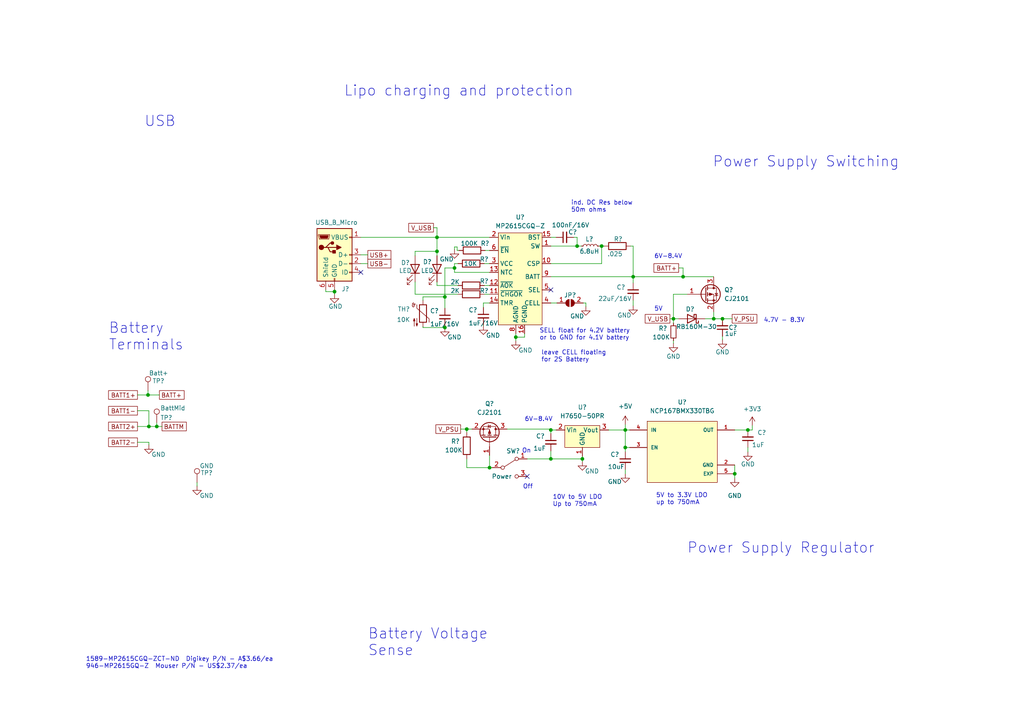
<source format=kicad_sch>
(kicad_sch (version 20211123) (generator eeschema)
  (paper "A4")
  (lib_symbols
    (symbol "Connector:TestPoint" (pin_numbers hide) (pin_names (offset 0.762) hide)
      (property "Reference" "TP" (at 0 6.858 0))
      (property "Value" "TestPoint" (at 0 5.08 0))
      (symbol "TestPoint_0_1"
        (circle (center 0 3.302) (radius 0.762))
      )
      (symbol "TestPoint_1_1"
        (pin passive line (at 0 0 90) (length 2.54) (name "1") (number "1"))
      )
    )
    (symbol "Connector:USB_B_Micro" (pin_names (offset 1.016))
      (property "Reference" "J" (at -5.08 11.43 0))
      (property "Value" "USB_B_Micro" (at -5.08 8.89 0))
      (symbol "USB_B_Micro_0_1"
        (rectangle (start -5.08 -7.62) (end 5.08 7.62) (stroke (width 0.254)) (fill (type background)))
        (circle (center -3.81 2.159) (radius 0.635) (stroke (width 0.254)) (fill (type outline)))
        (circle (center -0.635 3.429) (radius 0.381) (stroke (width 0.254)) (fill (type outline)))
        (rectangle (start -0.127 -7.62) (end 0.127 -6.858))
        (polyline (pts (xy -1.905 2.159) (xy 0.635 2.159)) (stroke (width 0.254)))
        (polyline (pts (xy -3.175 2.159) (xy -2.54 2.159) (xy -1.27 3.429) (xy -0.635 3.429)) (stroke (width 0.254)))
        (polyline (pts (xy -2.54 2.159) (xy -1.905 2.159) (xy -1.27 0.889) (xy 0 0.889)) (stroke (width 0.254)))
        (polyline (pts (xy 0.635 2.794) (xy 0.635 1.524) (xy 1.905 2.159) (xy 0.635 2.794)) (stroke (width 0.254)) (fill (type outline)))
        (polyline (pts (xy -4.318 5.588) (xy -1.778 5.588) (xy -2.032 4.826) (xy -4.064 4.826) (xy -4.318 5.588)) (fill (type outline)))
        (polyline (pts (xy -4.699 5.842) (xy -4.699 5.588) (xy -4.445 4.826) (xy -4.445 4.572) (xy -1.651 4.572) (xy -1.651 4.826) (xy -1.397 5.588) (xy -1.397 5.842) (xy -4.699 5.842)))
        (rectangle (start 0.254 1.27) (end -0.508 0.508) (stroke (width 0.254)) (fill (type outline)))
        (rectangle (start 5.08 -5.207) (end 4.318 -4.953))
        (rectangle (start 5.08 -2.667) (end 4.318 -2.413))
        (rectangle (start 5.08 -0.127) (end 4.318 0.127))
        (rectangle (start 5.08 4.953) (end 4.318 5.207))
      )
      (symbol "USB_B_Micro_1_1"
        (pin power_out line (at 7.62 5.08 180) (length 2.54) (name "VBUS") (number "1"))
        (pin bidirectional line (at 7.62 -2.54 180) (length 2.54) (name "D-") (number "2"))
        (pin bidirectional line (at 7.62 0 180) (length 2.54) (name "D+") (number "3"))
        (pin passive line (at 7.62 -5.08 180) (length 2.54) (name "ID") (number "4"))
        (pin power_out line (at 0 -10.16 90) (length 2.54) (name "GND") (number "5"))
        (pin passive line (at -2.54 -10.16 90) (length 2.54) (name "Shield") (number "6"))
      )
    )
    (symbol "Device:C_Small" (pin_numbers hide) (pin_names (offset 0.254) hide)
      (property "Reference" "C" (at 0.254 1.778 0))
      (property "Value" "C_Small" (at 0.254 -2.032 0))
      (symbol "C_Small_0_1"
        (polyline (pts (xy -1.524 -0.508) (xy 1.524 -0.508)) (stroke (width 0.3302)))
        (polyline (pts (xy -1.524 0.508) (xy 1.524 0.508)) (stroke (width 0.3048)))
      )
      (symbol "C_Small_1_1"
        (pin passive line (at 0 2.54 270) (length 2.032) (name "~") (number "1"))
        (pin passive line (at 0 -2.54 90) (length 2.032) (name "~") (number "2"))
      )
    )
    (symbol "Device:D_Schottky" (pin_numbers hide) (pin_names (offset 1.016) hide)
      (property "Reference" "D" (at 0 2.54 0))
      (property "Value" "D_Schottky" (at 0 -2.54 0))
      (symbol "D_Schottky_0_1"
        (polyline (pts (xy 1.27 0) (xy -1.27 0)))
        (polyline (pts (xy 1.27 1.27) (xy 1.27 -1.27) (xy -1.27 0) (xy 1.27 1.27)) (stroke (width 0.254)))
        (polyline (pts (xy -1.905 0.635) (xy -1.905 1.27) (xy -1.27 1.27) (xy -1.27 -1.27) (xy -0.635 -1.27) (xy -0.635 -0.635)) (stroke (width 0.254)))
      )
      (symbol "D_Schottky_1_1"
        (pin passive line (at -3.81 0 0) (length 2.54) (name "K") (number "1"))
        (pin passive line (at 3.81 0 180) (length 2.54) (name "A") (number "2"))
      )
    )
    (symbol "Device:LED" (pin_numbers hide) (pin_names (offset 1.016) hide)
      (property "Reference" "D" (at 0 2.54 0))
      (property "Value" "LED" (at 0 -2.54 0))
      (symbol "LED_0_1"
        (polyline (pts (xy -1.27 -1.27) (xy -1.27 1.27)) (stroke (width 0.254)))
        (polyline (pts (xy -1.27 0) (xy 1.27 0)))
        (polyline (pts (xy 1.27 -1.27) (xy 1.27 1.27) (xy -1.27 0) (xy 1.27 -1.27)) (stroke (width 0.254)))
        (polyline (pts (xy -3.048 -0.762) (xy -4.572 -2.286) (xy -3.81 -2.286) (xy -4.572 -2.286) (xy -4.572 -1.524)))
        (polyline (pts (xy -1.778 -0.762) (xy -3.302 -2.286) (xy -2.54 -2.286) (xy -3.302 -2.286) (xy -3.302 -1.524)))
      )
      (symbol "LED_1_1"
        (pin passive line (at -3.81 0 0) (length 2.54) (name "K") (number "1"))
        (pin passive line (at 3.81 0 180) (length 2.54) (name "A") (number "2"))
      )
    )
    (symbol "Device:L_Small" (pin_numbers hide) (pin_names (offset 0.254) hide)
      (property "Reference" "L" (at 0.762 1.016 0))
      (property "Value" "L_Small" (at 0.762 -1.016 0))
      (symbol "L_Small_0_1"
        (arc (start 0 -2.032) (mid 0.508 -1.524) (end 0 -1.016))
        (arc (start 0 -1.016) (mid 0.508 -0.508) (end 0 0))
        (arc (start 0 0) (mid 0.508 0.508) (end 0 1.016))
        (arc (start 0 1.016) (mid 0.508 1.524) (end 0 2.032))
      )
      (symbol "L_Small_1_1"
        (pin passive line (at 0 2.54 270) (length 0.508) (name "~") (number "1"))
        (pin passive line (at 0 -2.54 90) (length 0.508) (name "~") (number "2"))
      )
    )
    (symbol "Device:R" (pin_numbers hide) (pin_names (offset 0))
      (property "Reference" "R" (at 2.032 0 90))
      (property "Value" "R" (at 0 0 90))
      (symbol "R_0_1"
        (rectangle (start -1.016 -2.54) (end 1.016 2.54) (stroke (width 0.254)))
      )
      (symbol "R_1_1"
        (pin passive line (at 0 3.81 270) (length 1.27) (name "~") (number "1"))
        (pin passive line (at 0 -3.81 90) (length 1.27) (name "~") (number "2"))
      )
    )
    (symbol "Device:R_Small" (pin_numbers hide) (pin_names (offset 0.254) hide)
      (property "Reference" "R" (at 0.762 0.508 0))
      (property "Value" "R_Small" (at 0.762 -1.016 0))
      (symbol "R_Small_0_1"
        (rectangle (start -0.762 1.778) (end 0.762 -1.778) (stroke (width 0.2032)))
      )
      (symbol "R_Small_1_1"
        (pin passive line (at 0 2.54 270) (length 0.762) (name "~") (number "1"))
        (pin passive line (at 0 -2.54 90) (length 0.762) (name "~") (number "2"))
      )
    )
    (symbol "Device:Thermistor_NTC" (pin_numbers hide) (pin_names (offset 0))
      (property "Reference" "TH" (at -4.445 0 90))
      (property "Value" "Thermistor_NTC" (at 3.175 0 90))
      (symbol "Thermistor_NTC_0_1"
        (arc (start -3.048 2.159) (mid -3.0495 2.3143) (end -3.175 2.413))
        (arc (start -3.048 2.159) (mid -2.9736 1.9794) (end -2.794 1.905))
        (arc (start -3.048 2.794) (mid -2.9736 2.6144) (end -2.794 2.54))
        (arc (start -2.794 1.905) (mid -2.6144 1.9794) (end -2.54 2.159))
        (arc (start -2.794 2.54) (mid -2.4393 2.5587) (end -2.159 2.794))
        (arc (start -2.794 3.048) (mid -2.9736 2.9736) (end -3.048 2.794))
        (arc (start -2.54 2.794) (mid -2.6144 2.9736) (end -2.794 3.048))
        (rectangle (start -1.016 2.54) (end 1.016 -2.54) (stroke (width 0.254)))
        (polyline (pts (xy -2.54 2.159) (xy -2.54 2.794)))
        (polyline (pts (xy -1.778 2.54) (xy -1.778 1.524) (xy 1.778 -1.524) (xy 1.778 -2.54)))
        (polyline (pts (xy -2.54 -3.683) (xy -2.54 -1.397) (xy -2.794 -2.159) (xy -2.286 -2.159) (xy -2.54 -1.397) (xy -2.54 -1.651)) (fill (type outline)))
        (polyline (pts (xy -1.778 -1.397) (xy -1.778 -3.683) (xy -2.032 -2.921) (xy -1.524 -2.921) (xy -1.778 -3.683) (xy -1.778 -3.429)) (fill (type outline)))
      )
      (symbol "Thermistor_NTC_1_1"
        (pin passive line (at 0 3.81 270) (length 1.27) (name "~") (number "1"))
        (pin passive line (at 0 -3.81 90) (length 1.27) (name "~") (number "2"))
      )
    )
    (symbol "Jumper:SolderJumper_2_Open" (pin_names (offset 0) hide)
      (property "Reference" "JP" (at 0 2.032 0))
      (property "Value" "SolderJumper_2_Open" (at 0 -2.54 0))
      (symbol "SolderJumper_2_Open_0_1"
        (arc (start -0.254 1.016) (mid -1.27 0) (end -0.254 -1.016))
        (arc (start -0.254 1.016) (mid -1.27 0) (end -0.254 -1.016) (fill (type outline)))
        (polyline (pts (xy -0.254 1.016) (xy -0.254 -1.016)))
        (polyline (pts (xy 0.254 1.016) (xy 0.254 -1.016)))
        (arc (start 0.254 -1.016) (mid 1.27 0) (end 0.254 1.016))
        (arc (start 0.254 -1.016) (mid 1.27 0) (end 0.254 1.016) (fill (type outline)))
      )
      (symbol "SolderJumper_2_Open_1_1"
        (pin passive line (at -3.81 0 0) (length 2.54) (name "A") (number "1"))
        (pin passive line (at 3.81 0 180) (length 2.54) (name "B") (number "2"))
      )
    )
    (symbol "NCP167BMX330TBG:NCP167BMX330TBG" (pin_names (offset 1.016))
      (property "Reference" "U" (at -10.16 7.62 0))
      (property "Value" "NCP167BMX330TBG" (at -10.16 -12.7 0))
      (symbol "NCP167BMX330TBG_0_0"
        (rectangle (start -10.16 -10.16) (end 10.16 7.62) (stroke (width 0.1524)) (fill (type background)))
        (pin output line (at 15.24 5.08 180) (length 5.08) (name "OUT") (number "1"))
        (pin power_in line (at 15.24 -5.08 180) (length 5.08) (name "GND") (number "2"))
        (pin input line (at -15.24 0 0) (length 5.08) (name "EN") (number "3"))
        (pin input line (at -15.24 5.08 0) (length 5.08) (name "IN") (number "4"))
        (pin power_in line (at 15.24 -7.62 180) (length 5.08) (name "EXP") (number "5"))
      )
    )
    (symbol "OSSG_components_lib:CJ2101" (pin_names (offset 0) hide)
      (property "Reference" "Q" (at 5.08 1.27 0))
      (property "Value" "CJ2101" (at 5.08 -1.27 0))
      (symbol "CJ2101_0_1"
        (polyline (pts (xy 0.254 0) (xy -2.54 0)))
        (polyline (pts (xy 0.254 1.905) (xy 0.254 -1.905)) (stroke (width 0.254)))
        (polyline (pts (xy 0.762 -1.27) (xy 0.762 -2.286)) (stroke (width 0.254)))
        (polyline (pts (xy 0.762 0.508) (xy 0.762 -0.508)) (stroke (width 0.254)))
        (polyline (pts (xy 0.762 2.286) (xy 0.762 1.27)) (stroke (width 0.254)))
        (polyline (pts (xy 2.54 2.54) (xy 2.54 1.778)))
        (polyline (pts (xy 2.54 -2.54) (xy 2.54 0) (xy 0.762 0)))
        (polyline (pts (xy 0.762 1.778) (xy 3.302 1.778) (xy 3.302 -1.778) (xy 0.762 -1.778)))
        (polyline (pts (xy 2.286 0) (xy 1.27 0.381) (xy 1.27 -0.381) (xy 2.286 0)) (fill (type outline)))
        (polyline (pts (xy 2.794 -0.508) (xy 2.921 -0.381) (xy 3.683 -0.381) (xy 3.81 -0.254)))
        (polyline (pts (xy 3.302 -0.381) (xy 2.921 0.254) (xy 3.683 0.254) (xy 3.302 -0.381)))
        (circle (center 1.651 0) (radius 2.794) (stroke (width 0.254)))
        (circle (center 2.54 -1.778) (radius 0.254) (fill (type outline)))
        (circle (center 2.54 1.778) (radius 0.254) (fill (type outline)))
      )
      (symbol "CJ2101_1_1"
        (pin input line (at -5.08 0 0) (length 2.54) (name "G") (number "1"))
        (pin passive line (at 2.54 -5.08 90) (length 2.54) (name "S") (number "2"))
        (pin passive line (at 2.54 5.08 270) (length 2.54) (name "D") (number "3"))
      )
    )
    (symbol "OSSG_components_lib:H7650"
      (property "Reference" "U" (at 0 6.35 0))
      (property "Value" "H7650" (at 0 3.81 0))
      (symbol "H7650_0_1"
        (rectangle (start -5.08 2.54) (end 5.08 -3.81) (fill (type background)))
      )
      (symbol "H7650_1_1"
        (pin power_in line (at 0 -6.35 90) (length 2.54) (name "GND") (number "1"))
        (pin power_in line (at -7.62 1.27 0) (length 2.54) (name "Vin") (number "2"))
        (pin power_out line (at 7.62 1.27 180) (length 2.54) (name "Vout") (number "3"))
      )
    )
    (symbol "OSSG_components_lib:MP2615CGQ-Z"
      (property "Reference" "U" (at 3.81 -16.51 0))
      (property "Value" "MP2615CGQ-Z" (at 0 12.7 0))
      (symbol "MP2615CGQ-Z_0_1"
        (rectangle (start 6.35 11.43) (end -6.35 -15.24) (fill (type background)))
      )
      (symbol "MP2615CGQ-Z_1_1"
        (pin power_out line (at 8.89 7.62 180) (length 2.54) (name "SW") (number "1"))
        (pin input line (at 8.89 2.54 180) (length 2.54) (name "CSP") (number "10"))
        (pin output line (at -8.89 -6.35 0) (length 2.54) (name "~{CHGOK}") (number "11"))
        (pin output line (at -8.89 -3.81 0) (length 2.54) (name "~{AOK}") (number "12"))
        (pin input line (at -8.89 0 0) (length 2.54) (name "NTC") (number "13"))
        (pin input line (at -8.89 -8.89 0) (length 2.54) (name "TMR") (number "14"))
        (pin input line (at 8.89 10.16 180) (length 2.54) (name "BST") (number "15"))
        (pin power_in line (at 1.27 -17.78 90) (length 2.54) (name "PGND") (number "16"))
        (pin power_in line (at -8.89 10.16 0) (length 2.54) (name "Vin") (number "2"))
        (pin power_in line (at -8.89 2.54 0) (length 2.54) (name "VCC") (number "3"))
        (pin input line (at 8.89 -8.89 180) (length 2.54) (name "CELL") (number "4"))
        (pin passive line (at 8.89 -5.08 180) (length 2.54) (name "SEL") (number "5"))
        (pin input line (at -8.89 6.35 0) (length 2.54) (name "~{EN}") (number "6"))
        (pin power_in line (at -1.27 -17.78 90) (length 2.54) (name "AGND") (number "8"))
        (pin power_in line (at 8.89 -1.27 180) (length 2.54) (name "BATT") (number "9"))
      )
    )
    (symbol "Switch:SW_SPDT" (pin_names (offset 0) hide)
      (property "Reference" "SW" (at 0 4.318 0))
      (property "Value" "SW_SPDT" (at 0 -5.08 0))
      (symbol "SW_SPDT_0_0"
        (circle (center -2.032 0) (radius 0.508))
        (circle (center 2.032 -2.54) (radius 0.508))
      )
      (symbol "SW_SPDT_0_1"
        (polyline (pts (xy -1.524 0.254) (xy 1.651 2.286)))
        (circle (center 2.032 2.54) (radius 0.508))
      )
      (symbol "SW_SPDT_1_1"
        (pin passive line (at 5.08 2.54 180) (length 2.54) (name "A") (number "1"))
        (pin passive line (at -5.08 0 0) (length 2.54) (name "B") (number "2"))
        (pin passive line (at 5.08 -2.54 180) (length 2.54) (name "C") (number "3"))
      )
    )
    (symbol "power:+3.3V" (power) (pin_names (offset 0))
      (property "Value" "+3.3V" (at 0 3.556 0))
      (symbol "+3.3V_0_1"
        (polyline (pts (xy -0.762 1.27) (xy 0 2.54)))
        (polyline (pts (xy 0 0) (xy 0 2.54)))
        (polyline (pts (xy 0 2.54) (xy 0.762 1.27)))
      )
      (symbol "+3.3V_1_1"
        (pin power_in line (at 0 0 90) (length 0) hide (name "+3V3") (number "1"))
      )
    )
    (symbol "power:+5V" (power) (pin_names (offset 0))
      (property "Value" "+5V" (at 0 3.556 0))
      (symbol "+5V_0_1"
        (polyline (pts (xy -0.762 1.27) (xy 0 2.54)))
        (polyline (pts (xy 0 0) (xy 0 2.54)))
        (polyline (pts (xy 0 2.54) (xy 0.762 1.27)))
      )
      (symbol "+5V_1_1"
        (pin power_in line (at 0 0 90) (length 0) hide (name "+5V") (number "1"))
      )
    )
    (symbol "power:GND" (power) (pin_names (offset 0))
      (property "Value" "GND" (at 0 -3.81 0))
      (symbol "GND_0_1"
        (polyline (pts (xy 0 0) (xy 0 -1.27) (xy 1.27 -1.27) (xy 0 -2.54) (xy -1.27 -1.27) (xy 0 -1.27)))
      )
      (symbol "GND_1_1"
        (pin power_in line (at 0 0 270) (length 0) hide (name "GND") (number "1"))
      )
    )
  )
  (junction (at 126.746 72.898))
  (junction (at 135.382 124.46))
  (junction (at 129.032 86.106))
  (junction (at 126.746 68.834))
  (junction (at 174.498 71.374))
  (junction (at 159.766 133.096))
  (junction (at 207.01 92.456))
  (junction (at 141.986 135.636))
  (junction (at 131.826 77.724))
  (junction (at 181.356 129.794))
  (junction (at 216.916 124.714))
  (junction (at 45.466 123.698))
  (junction (at 181.356 124.714))
  (junction (at 42.926 114.554))
  (junction (at 168.91 133.096))
  (junction (at 129.032 94.996))
  (junction (at 198.12 80.264))
  (junction (at 97.028 84.582))
  (junction (at 43.18 123.698))
  (junction (at 167.386 71.374))
  (junction (at 183.642 80.264))
  (junction (at 195.326 92.456))
  (junction (at 209.55 92.456))
  (junction (at 159.766 124.714))
  (junction (at 213.106 137.414))
  (junction (at 149.606 97.79))
  (no_connect (at 104.648 78.994))
  (no_connect (at 152.908 138.176))
  (no_connect (at 159.766 84.074))
  (wire (pts (xy 131.826 77.724) (xy 131.826 76.454)))
  (wire (pts (xy 140.462 82.804) (xy 141.986 82.804)))
  (wire (pts (xy 152.146 96.774) (xy 152.146 97.79)))
  (wire (pts (xy 122.682 94.742) (xy 122.682 94.996)))
  (wire (pts (xy 209.55 97.536) (xy 209.55 98.552)))
  (wire (pts (xy 199.39 85.344) (xy 195.326 85.344)))
  (wire (pts (xy 183.642 87.122) (xy 183.642 88.646)))
  (wire (pts (xy 181.356 129.794) (xy 181.356 131.064)))
  (wire (pts (xy 216.916 124.714) (xy 218.186 124.714)))
  (wire (pts (xy 173.736 71.374) (xy 174.498 71.374)))
  (wire (pts (xy 126.746 72.898) (xy 126.746 74.168)))
  (wire (pts (xy 159.766 80.264) (xy 183.642 80.264)))
  (wire (pts (xy 168.91 133.096) (xy 168.91 133.858)))
  (wire (pts (xy 213.106 137.414) (xy 213.106 138.684)))
  (wire (pts (xy 43.18 119.126) (xy 39.878 119.126)))
  (wire (pts (xy 132.588 71.628) (xy 131.826 71.628)))
  (wire (pts (xy 169.926 87.884) (xy 169.926 88.9)))
  (wire (pts (xy 131.826 77.724) (xy 129.032 77.724)))
  (wire (pts (xy 198.12 80.264) (xy 207.01 80.264)))
  (wire (pts (xy 159.766 124.46) (xy 159.766 124.714)))
  (wire (pts (xy 204.47 92.456) (xy 207.01 92.456)))
  (wire (pts (xy 182.626 129.794) (xy 181.356 129.794)))
  (wire (pts (xy 140.716 72.644) (xy 141.986 72.644)))
  (wire (pts (xy 167.386 71.374) (xy 168.656 71.374)))
  (wire (pts (xy 57.15 139.954) (xy 57.15 140.97)))
  (wire (pts (xy 195.326 98.806) (xy 195.326 99.568)))
  (wire (pts (xy 122.682 87.122) (xy 122.682 86.106)))
  (wire (pts (xy 120.396 85.344) (xy 120.396 81.788)))
  (wire (pts (xy 207.01 92.456) (xy 209.55 92.456)))
  (wire (pts (xy 168.91 132.334) (xy 168.91 133.096)))
  (wire (pts (xy 141.986 132.08) (xy 141.986 135.636)))
  (wire (pts (xy 42.926 113.284) (xy 42.926 114.554)))
  (wire (pts (xy 45.466 122.682) (xy 45.466 123.698)))
  (wire (pts (xy 133.604 124.46) (xy 135.382 124.46)))
  (wire (pts (xy 129.032 77.724) (xy 129.032 86.106)))
  (wire (pts (xy 126.746 81.788) (xy 126.746 82.804)))
  (wire (pts (xy 141.986 87.884) (xy 140.208 87.884)))
  (wire (pts (xy 159.766 71.374) (xy 167.386 71.374)))
  (wire (pts (xy 167.386 68.834) (xy 166.37 68.834)))
  (wire (pts (xy 140.208 94.234) (xy 140.208 94.488)))
  (wire (pts (xy 183.642 80.264) (xy 183.642 71.374)))
  (wire (pts (xy 126.746 66.04) (xy 126.746 68.834)))
  (wire (pts (xy 195.326 92.456) (xy 195.326 93.726)))
  (wire (pts (xy 140.208 87.884) (xy 140.208 89.154)))
  (wire (pts (xy 120.396 72.898) (xy 126.746 72.898)))
  (wire (pts (xy 43.18 123.698) (xy 43.18 119.126)))
  (wire (pts (xy 207.01 90.424) (xy 207.01 92.456)))
  (wire (pts (xy 159.766 68.834) (xy 161.29 68.834)))
  (wire (pts (xy 159.766 124.714) (xy 159.766 125.73)))
  (wire (pts (xy 120.396 74.168) (xy 120.396 72.898)))
  (wire (pts (xy 218.186 123.444) (xy 218.186 124.714)))
  (wire (pts (xy 174.498 76.454) (xy 174.498 71.374)))
  (wire (pts (xy 159.766 87.884) (xy 161.544 87.884)))
  (wire (pts (xy 43.18 128.27) (xy 43.18 129.032)))
  (wire (pts (xy 125.73 66.04) (xy 126.746 66.04)))
  (wire (pts (xy 104.648 76.454) (xy 106.68 76.454)))
  (wire (pts (xy 181.356 124.714) (xy 182.626 124.714)))
  (wire (pts (xy 181.356 136.144) (xy 181.356 137.414)))
  (wire (pts (xy 122.682 86.106) (xy 129.032 86.106)))
  (wire (pts (xy 126.746 68.834) (xy 141.986 68.834)))
  (wire (pts (xy 131.826 78.994) (xy 131.826 77.724)))
  (wire (pts (xy 159.766 124.714) (xy 161.29 124.714)))
  (wire (pts (xy 198.12 77.724) (xy 198.12 80.264)))
  (wire (pts (xy 195.326 92.456) (xy 196.85 92.456)))
  (wire (pts (xy 104.648 73.914) (xy 106.68 73.914)))
  (wire (pts (xy 183.642 80.264) (xy 183.642 82.042)))
  (wire (pts (xy 147.066 124.46) (xy 159.766 124.46)))
  (wire (pts (xy 176.53 124.714) (xy 181.356 124.714)))
  (wire (pts (xy 167.386 71.374) (xy 167.386 68.834)))
  (wire (pts (xy 132.842 85.344) (xy 120.396 85.344)))
  (wire (pts (xy 141.986 78.994) (xy 131.826 78.994)))
  (wire (pts (xy 194.31 92.456) (xy 195.326 92.456)))
  (wire (pts (xy 183.642 80.264) (xy 198.12 80.264)))
  (wire (pts (xy 174.498 71.374) (xy 175.26 71.374)))
  (wire (pts (xy 42.926 114.554) (xy 46.228 114.554)))
  (wire (pts (xy 149.606 97.79) (xy 149.606 98.806)))
  (wire (pts (xy 140.462 76.454) (xy 141.986 76.454)))
  (wire (pts (xy 142.748 135.636) (xy 141.986 135.636)))
  (wire (pts (xy 129.032 94.488) (xy 129.032 94.996)))
  (wire (pts (xy 132.588 72.644) (xy 132.588 71.628)))
  (wire (pts (xy 169.164 87.884) (xy 169.926 87.884)))
  (wire (pts (xy 183.642 71.374) (xy 182.88 71.374)))
  (wire (pts (xy 181.356 123.19) (xy 181.356 124.714)))
  (wire (pts (xy 129.032 86.106) (xy 129.032 89.408)))
  (wire (pts (xy 196.85 77.724) (xy 198.12 77.724)))
  (wire (pts (xy 39.878 123.698) (xy 43.18 123.698)))
  (wire (pts (xy 132.842 82.804) (xy 126.746 82.804)))
  (wire (pts (xy 213.106 124.714) (xy 216.916 124.714)))
  (wire (pts (xy 159.766 76.454) (xy 174.498 76.454)))
  (wire (pts (xy 152.146 97.79) (xy 149.606 97.79)))
  (wire (pts (xy 152.908 133.096) (xy 159.766 133.096)))
  (wire (pts (xy 104.648 68.834) (xy 126.746 68.834)))
  (wire (pts (xy 209.55 92.456) (xy 212.344 92.456)))
  (wire (pts (xy 140.462 85.344) (xy 141.986 85.344)))
  (wire (pts (xy 131.826 76.454) (xy 132.842 76.454)))
  (wire (pts (xy 126.746 68.834) (xy 126.746 72.898)))
  (wire (pts (xy 135.382 124.46) (xy 135.382 125.476)))
  (wire (pts (xy 97.028 84.582) (xy 97.028 85.344)))
  (wire (pts (xy 122.682 94.996) (xy 129.032 94.996)))
  (wire (pts (xy 195.326 85.344) (xy 195.326 92.456)))
  (wire (pts (xy 141.986 135.636) (xy 135.382 135.636)))
  (wire (pts (xy 97.028 84.074) (xy 97.028 84.582)))
  (wire (pts (xy 131.826 71.628) (xy 131.826 72.39)))
  (wire (pts (xy 94.488 84.582) (xy 94.488 84.074)))
  (wire (pts (xy 45.466 123.698) (xy 43.18 123.698)))
  (wire (pts (xy 45.466 123.698) (xy 46.99 123.698)))
  (wire (pts (xy 213.106 134.874) (xy 213.106 137.414)))
  (wire (pts (xy 39.878 128.27) (xy 43.18 128.27)))
  (wire (pts (xy 168.91 133.096) (xy 159.766 133.096)))
  (wire (pts (xy 97.028 84.582) (xy 94.488 84.582)))
  (wire (pts (xy 135.382 135.636) (xy 135.382 133.096)))
  (wire (pts (xy 181.356 129.794) (xy 181.356 124.714)))
  (wire (pts (xy 149.606 97.79) (xy 149.606 96.774)))
  (wire (pts (xy 159.766 133.096) (xy 159.766 130.81)))
  (wire (pts (xy 136.906 124.46) (xy 135.382 124.46)))
  (wire (pts (xy 133.096 72.644) (xy 132.588 72.644)))
  (wire (pts (xy 216.916 129.794) (xy 216.916 131.064)))
  (wire (pts (xy 39.878 114.554) (xy 42.926 114.554)))
  (text "leave CELL floating \nfor 2S Battery\n" (at 156.972 105.156 0) (effects (font (size 1.27 1.27)) (justify left bottom)))
  (text "USB" (at 51.0286 37.0332 180) (effects (font (size 3 3)) (justify right bottom)))
  (text "Battery Voltage\nSense" (at 106.68 190.5 0) (effects (font (size 3 3)) (justify left bottom)))
  (text "SELL float for 4.2V battery\nor to GND for 4.1V battery" (at 156.464 98.806 0) (effects (font (size 1.27 1.27)) (justify left bottom)))
  (text "Lipo charging and protection\n" (at 166.37 28.194 180) (effects (font (size 3 3)) (justify right bottom)))
  (text "Power Supply Regulator" (at 253.746 160.782 180) (effects (font (size 3 3)) (justify right bottom)))
  (text "10V to 5V LDO\nUp to 750mA" (at 160.274 147.066 0) (effects (font (size 1.27 1.27)) (justify left bottom)))
  (text "6V-8.4V" (at 189.738 75.184 0) (effects (font (size 1.27 1.27)) (justify left bottom)))
  (text "6V-8.4V" (at 152.146 122.428 0) (effects (font (size 1.27 1.27)) (justify left bottom)))
  (text "5V to 3.3V LDO\nup to 750mA" (at 190.246 146.558 0) (effects (font (size 1.27 1.27)) (justify left bottom)))
  (text "Off" (at 151.638 141.986 0) (effects (font (size 1.27 1.27)) (justify left bottom)))
  (text "5V" (at 189.738 90.424 0) (effects (font (size 1.27 1.27)) (justify left bottom)))
  (text "ind. DC Res below \n50m ohms" (at 165.608 61.722 0) (effects (font (size 1.27 1.27)) (justify left bottom)))
  (text "Power Supply Switching" (at 260.858 48.768 180) (effects (font (size 3 3)) (justify right bottom)))
  (text "Battery\nTerminals" (at 31.496 101.854 0) (effects (font (size 3 3)) (justify left bottom)))
  (text "On" (at 151.384 131.572 0) (effects (font (size 1.27 1.27)) (justify left bottom)))
  (text "1589-MP2615CGQ-ZCT-ND  Digikey P/N - A$3.66/ea\n946-MP2615GQ-Z  Mouser P/N - US$2.37/ea" (at 24.892 194.056 0) (effects (font (size 1.27 1.27)) (justify left bottom)))
  (text "4.7V - 8.3V" (at 221.488 93.726 0) (effects (font (size 1.27 1.27)) (justify left bottom)))
  (global_label "V_USB" (shape passive) (at 194.31 92.456 180) (property "Intersheet References" "${INTERSHEET_REFS}" (effects hide)))
  (global_label "BATT1-" (shape passive) (at 39.878 119.126 180) (property "Intersheet References" "${INTERSHEET_REFS}" (effects hide)))
  (global_label "BATT1+" (shape passive) (at 39.878 114.554 180) (property "Intersheet References" "${INTERSHEET_REFS}" (effects hide)))
  (global_label "V_USB" (shape passive) (at 125.73 66.04 180) (property "Intersheet References" "${INTERSHEET_REFS}" (effects hide)))
  (global_label "USB+" (shape passive) (at 106.68 73.914 0) (property "Intersheet References" "${INTERSHEET_REFS}" (effects hide)))
  (global_label "USB-" (shape passive) (at 106.68 76.454 0) (property "Intersheet References" "${INTERSHEET_REFS}" (effects hide)))
  (global_label "BATT+" (shape passive) (at 46.228 114.554 0) (property "Intersheet References" "${INTERSHEET_REFS}" (effects hide)))
  (global_label "V_PSU" (shape passive) (at 133.604 124.46 180) (property "Intersheet References" "${INTERSHEET_REFS}" (effects hide)))
  (global_label "BATT2+" (shape passive) (at 39.878 123.698 180) (property "Intersheet References" "${INTERSHEET_REFS}" (effects hide)))
  (global_label "V_PSU" (shape passive) (at 212.344 92.456 0) (property "Intersheet References" "${INTERSHEET_REFS}" (effects hide)))
  (global_label "BATT+" (shape passive) (at 196.85 77.724 180) (property "Intersheet References" "${INTERSHEET_REFS}" (effects hide)))
  (global_label "BATTM" (shape passive) (at 46.99 123.698 0) (property "Intersheet References" "${INTERSHEET_REFS}" (effects hide)))
  (global_label "BATT2-" (shape passive) (at 39.878 128.27 180) (property "Intersheet References" "${INTERSHEET_REFS}" (effects hide)))
  (symbol (lib_id "Device:R") (at 135.382 129.286 0) (unit 1)
    (property "Reference" "R?" (at 130.81 128.016 0) (effects (justify left)))
    (property "Value" "100K" (at 129.032 130.556 0) (effects (justify left)))
    (property "Footprint" "Resistor_SMD:R_0402_1005Metric" (effects hide))
    (property "MPN_LCSC" "C2906899" (effects hide))
    (property "Price_LCSC" "0.0005" (effects hide))
    (property "LinkLCSC" "https://lcsc.com/product-detail/Chip-Resistor-Surface-Mount_FOJAN-FRC0402J102-TS_C2906899.html" (effects hide))
  )
  (symbol (lib_id "Jumper:SolderJumper_2_Open") (at 165.354 87.884 0) (unit 1)
    (property "Reference" "JP?" (at 165.354 85.598 0))
    (property "Value" "SolderJumper_2_Open" (effects hide))
    (property "Footprint" "OSSG_footprints:JUMPER-2Psml_Open_RoundedPad2x1mm" (effects hide))
  )
  (symbol (lib_id "OSSG_components_lib:CJ2101") (at 204.47 85.344 0) (unit 1)
    (property "Reference" "Q?" (at 210.058 84.0739 0) (effects (justify left)))
    (property "Value" "CJ2101" (at 210.058 86.6139 0) (effects (justify left)))
    (property "Footprint" "Package_TO_SOT_SMD:SOT-323_SC-70" (effects hide))
  )
  (symbol (lib_id "Switch:SW_SPDT") (at 147.828 135.636 0) (unit 1)
    (property "Reference" "SW?" (at 148.844 130.81 0))
    (property "Value" "Power" (at 145.542 138.176 0))
  )
  (symbol (lib_id "power:GND") (at 97.028 85.344 0) (unit 1)
    (property "Reference" "#PWR?" (effects hide))
    (property "Value" "GND" (at 97.3074 88.8746 0))
  )
  (symbol (lib_id "power:GND") (at 209.55 98.552 0) (unit 1)
    (property "Reference" "#PWR?" (effects hide))
    (property "Value" "GND" (at 209.55 102.108 0))
  )
  (symbol (lib_id "power:GND") (at 181.356 137.414 0) (unit 1)
    (property "Reference" "#PWR?" (effects hide))
    (property "Value" "GND" (at 178.308 139.7 0))
  )
  (symbol (lib_id "OSSG_components_lib:CJ2101") (at 141.986 127 270) (mirror x) (unit 1)
    (property "Reference" "Q?" (at 141.986 117.094 90))
    (property "Value" "CJ2101" (at 141.986 119.634 90))
    (property "Footprint" "Package_TO_SOT_SMD:SOT-323_SC-70" (effects hide))
  )
  (symbol (lib_id "Device:L_Small") (at 171.196 71.374 90) (unit 1)
    (property "Reference" "L?" (at 170.942 69.342 90))
    (property "Value" "6.8uH" (at 170.942 72.898 90))
  )
  (symbol (lib_id "power:+3.3V") (at 218.186 123.444 0) (unit 1)
    (property "Reference" "#PWR?" (effects hide))
    (property "Value" "+3.3V" (at 218.186 118.618 0))
  )
  (symbol (lib_id "Connector:TestPoint") (at 42.926 113.284 0) (unit 1)
    (property "Reference" "TP?" (at 44.196 110.49 0) (effects (justify left)))
    (property "Value" "Batt+" (at 43.18 108.204 0) (effects (justify left)))
    (property "Footprint" "OSSG_footprints:Breakout_pads" (effects hide))
  )
  (symbol (lib_id "power:GND") (at 169.926 88.9 0) (unit 1)
    (property "Reference" "#PWR?" (effects hide))
    (property "Value" "GND" (at 167.386 91.694 0))
  )
  (symbol (lib_id "power:GND") (at 149.606 98.806 0) (unit 1)
    (property "Reference" "#PWR?" (effects hide))
    (property "Value" "GND" (at 152.4 101.6 0))
  )
  (symbol (lib_id "Connector:TestPoint") (at 57.15 139.954 0) (unit 1)
    (property "Reference" "TP?" (at 58.166 137.16 0) (effects (justify left)))
    (property "Value" "GND" (at 57.912 135.128 0) (effects (justify left)))
    (property "Footprint" "OSSG_footprints:Breakout_pads" (effects hide))
  )
  (symbol (lib_id "Connector:TestPoint") (at 45.466 122.682 0) (unit 1)
    (property "Reference" "TP?" (at 46.482 121.158 0) (effects (justify left)))
    (property "Value" "BattMid" (at 46.482 118.364 0) (effects (justify left)))
    (property "Footprint" "OSSG_footprints:Breakout_pads" (effects hide))
  )
  (symbol (lib_id "power:GND") (at 213.106 138.684 0) (unit 1)
    (property "Reference" "#PWR?" (effects hide))
    (property "Value" "GND" (at 213.106 143.764 0))
  )
  (symbol (lib_id "power:+5V") (at 181.356 123.19 0) (unit 1)
    (property "Reference" "#PWR?" (effects hide))
    (property "Value" "+5V" (at 181.356 117.856 0))
  )
  (symbol (lib_id "Device:C_Small") (at 209.55 94.996 180) (unit 1)
    (property "Reference" "C?" (at 213.868 94.996 0) (effects (justify left)))
    (property "Value" "1uF" (at 213.868 96.774 0) (effects (justify left)))
    (property "Footprint" "Capacitor_SMD:C_0402_1005Metric" (effects hide))
    (property "Datasheet" "https://search.murata.co.jp/Ceramy/image/img/A01X/G101/ENG/GRT155C80J105KE01-01.pdf" (effects hide))
    (property "DigiKeyLink" "https://www.digikey.ca/en/products/detail/murata-electronics/GRT155C80J105KE01J/13904934" (effects hide))
    (property "Price" "0.0448" (effects hide))
    (property "MPN" "490-GRT155C80J105KE01JCT-ND" (effects hide))
    (property "MPN_LCSC" "C14445" (effects hide))
    (property "Price_LCSC" "0.0018" (effects hide))
    (property "LCSCLink" "https://lcsc.com/product-detail/Multilayer-Ceramic-Capacitors-MLCC-SMD-SMT_Samsung-Electro-Mechanics-CL05A105KP5NNNC_C14445.html" (effects hide))
  )
  (symbol (lib_id "Device:LED") (at 120.396 77.978 270) (mirror x) (unit 1)
    (property "Reference" "D?" (at 118.872 76.2 90) (effects (justify right)))
    (property "Value" "LED" (at 119.38 78.486 90) (effects (justify right)))
    (property "Footprint" "Diode_SMD:D_0402_1005Metric" (effects hide))
    (property "MPN_LCSC" "C2984137" (effects hide))
    (property "Price_LCSC" "0.0727" (effects hide))
  )
  (symbol (lib_id "OSSG_components_lib:H7650") (at 168.91 125.984 0) (unit 1)
    (property "Reference" "U?" (at 168.91 118.11 0))
    (property "Value" "H7650-50PR" (at 168.91 120.65 0))
    (property "Footprint" "Package_TO_SOT_SMD:SOT-89-3" (effects hide))
  )
  (symbol (lib_id "power:GND") (at 195.326 99.568 0) (unit 1)
    (property "Reference" "#PWR?" (effects hide))
    (property "Value" "GND" (at 195.326 103.378 0))
  )
  (symbol (lib_id "Device:R") (at 136.652 85.344 90) (unit 1)
    (property "Reference" "R?" (at 141.732 84.328 90) (effects (justify left)))
    (property "Value" "2K" (at 133.35 84.328 90) (effects (justify left)))
    (property "Footprint" "Resistor_SMD:R_0402_1005Metric" (effects hide))
    (property "MPN_LCSC" "C2906899" (effects hide))
    (property "Price_LCSC" "0.0005" (effects hide))
    (property "LinkLCSC" "https://lcsc.com/product-detail/Chip-Resistor-Surface-Mount_FOJAN-FRC0402J102-TS_C2906899.html" (effects hide))
  )
  (symbol (lib_id "power:GND") (at 183.642 88.646 0) (unit 1)
    (property "Reference" "#PWR?" (effects hide))
    (property "Value" "GND" (at 181.102 91.44 0))
  )
  (symbol (lib_id "Device:C_Small") (at 140.208 91.694 0) (unit 1)
    (property "Reference" "C?" (at 135.89 89.916 0) (effects (justify left)))
    (property "Value" "1uF/16V" (at 135.89 93.726 0) (effects (justify left)))
    (property "Footprint" "Capacitor_SMD:C_0402_1005Metric" (effects hide))
    (property "Datasheet" "https://search.murata.co.jp/Ceramy/image/img/A01X/G101/ENG/GRT155C80J105KE01-01.pdf" (effects hide))
    (property "DigiKeyLink" "https://www.digikey.ca/en/products/detail/murata-electronics/GRT155C80J105KE01J/13904934" (effects hide))
    (property "Price" "0.0448" (effects hide))
    (property "MPN" "490-GRT155C80J105KE01JCT-ND" (effects hide))
    (property "MPN_LCSC" "C14445" (effects hide))
    (property "Price_LCSC" "0.0018" (effects hide))
    (property "LCSCLink" "https://lcsc.com/product-detail/Multilayer-Ceramic-Capacitors-MLCC-SMD-SMT_Samsung-Electro-Mechanics-CL05A105KP5NNNC_C14445.html" (effects hide))
  )
  (symbol (lib_id "Device:R") (at 136.906 72.644 90) (unit 1)
    (property "Reference" "R?" (at 141.986 70.612 90) (effects (justify left)))
    (property "Value" "100K" (at 138.684 70.612 90) (effects (justify left)))
    (property "Footprint" "Resistor_SMD:R_0402_1005Metric" (effects hide))
    (property "MPN_LCSC" "C2906899" (effects hide))
    (property "Price_LCSC" "0.0005" (effects hide))
    (property "LinkLCSC" "https://lcsc.com/product-detail/Chip-Resistor-Surface-Mount_FOJAN-FRC0402J102-TS_C2906899.html" (effects hide))
  )
  (symbol (lib_id "Device:C_Small") (at 181.356 133.604 0) (unit 1)
    (property "Reference" "C?" (at 177.038 131.826 0) (effects (justify left)))
    (property "Value" "10uF" (at 176.276 135.382 0) (effects (justify left)))
    (property "Footprint" "Capacitor_SMD:C_0402_1005Metric" (effects hide))
    (property "Datasheet" "https://search.murata.co.jp/Ceramy/image/img/A01X/G101/ENG/GRT155C80J105KE01-01.pdf" (effects hide))
    (property "DigiKeyLink" "https://www.digikey.ca/en/products/detail/murata-electronics/GRT155C80J105KE01J/13904934" (effects hide))
    (property "Price" "0.0448" (effects hide))
    (property "MPN" "490-GRT155C80J105KE01JCT-ND" (effects hide))
    (property "MPN_LCSC" "C14445" (effects hide))
    (property "Price_LCSC" "0.0018" (effects hide))
    (property "LCSCLink" "https://lcsc.com/product-detail/Multilayer-Ceramic-Capacitors-MLCC-SMD-SMT_Samsung-Electro-Mechanics-CL05A105KP5NNNC_C14445.html" (effects hide))
  )
  (symbol (lib_id "power:GND") (at 43.18 129.032 0) (unit 1)
    (property "Reference" "#PWR?" (effects hide))
    (property "Value" "GND" (at 45.974 131.826 0))
  )
  (symbol (lib_id "power:GND") (at 131.826 72.39 0) (unit 1)
    (property "Reference" "#PWR?" (effects hide))
    (property "Value" "GND" (at 129.54 75.184 0))
  )
  (symbol (lib_id "Device:D_Schottky") (at 200.66 92.456 180) (unit 1)
    (property "Reference" "D?" (at 198.882 89.662 0) (effects (justify right)))
    (property "Value" "RB160M-30" (at 196.088 94.742 0) (effects (justify right)))
    (property "Footprint" "Diode_SMD:D_SOD-123" (effects hide))
    (property "Datasheet" "https://datasheet.lcsc.com/lcsc/2201121800_High-Diode-RB160M-30_C2937163.pdf" (effects hide))
    (property "MPN_LCSC" "C2937163" (effects hide))
    (property "Price_LCSC" "0.0743" (effects hide))
  )
  (symbol (lib_id "Device:C_Small") (at 163.83 68.834 90) (unit 1)
    (property "Reference" "C?" (at 167.386 67.31 90) (effects (justify left)))
    (property "Value" "100nF/16V" (at 170.942 65.278 90) (effects (justify left)))
    (property "Footprint" "Capacitor_SMD:C_0402_1005Metric" (effects hide))
    (property "Datasheet" "https://search.murata.co.jp/Ceramy/image/img/A01X/G101/ENG/GRT155C80J105KE01-01.pdf" (effects hide))
    (property "DigiKeyLink" "https://www.digikey.ca/en/products/detail/murata-electronics/GRT155C80J105KE01J/13904934" (effects hide))
    (property "Price" "0.0448" (effects hide))
    (property "MPN" "490-GRT155C80J105KE01JCT-ND" (effects hide))
    (property "MPN_LCSC" "C14445" (effects hide))
    (property "Price_LCSC" "0.0018" (effects hide))
    (property "LCSCLink" "https://lcsc.com/product-detail/Multilayer-Ceramic-Capacitors-MLCC-SMD-SMT_Samsung-Electro-Mechanics-CL05A105KP5NNNC_C14445.html" (effects hide))
  )
  (symbol (lib_id "Device:C_Small") (at 216.916 127.254 180) (unit 1)
    (property "Reference" "C?" (at 222.25 125.476 0) (effects (justify left)))
    (property "Value" "1uF" (at 221.742 129.032 0) (effects (justify left)))
    (property "Footprint" "Capacitor_SMD:C_0402_1005Metric" (effects hide))
    (property "Datasheet" "https://search.murata.co.jp/Ceramy/image/img/A01X/G101/ENG/GRT155C80J105KE01-01.pdf" (effects hide))
    (property "DigiKeyLink" "https://www.digikey.ca/en/products/detail/murata-electronics/GRT155C80J105KE01J/13904934" (effects hide))
    (property "Price" "0.0448" (effects hide))
    (property "MPN" "490-GRT155C80J105KE01JCT-ND" (effects hide))
    (property "MPN_LCSC" "C14445" (effects hide))
    (property "Price_LCSC" "0.0018" (effects hide))
    (property "LCSCLink" "https://lcsc.com/product-detail/Multilayer-Ceramic-Capacitors-MLCC-SMD-SMT_Samsung-Electro-Mechanics-CL05A105KP5NNNC_C14445.html" (effects hide))
  )
  (symbol (lib_id "power:GND") (at 140.208 94.488 0) (unit 1)
    (property "Reference" "#PWR?" (effects hide))
    (property "Value" "GND" (at 143.002 97.282 0))
  )
  (symbol (lib_id "Device:R_Small") (at 195.326 96.266 180) (unit 1)
    (property "Reference" "R?" (at 192.278 95.25 0))
    (property "Value" "100K" (at 191.77 97.79 0))
    (property "Footprint" "Resistor_SMD:R_0402_1005Metric" (effects hide))
    (property "MPN_LCSC" "1" (effects hide))
    (property "Price_LCSC" "0.0005" (effects hide))
  )
  (symbol (lib_id "power:GND") (at 168.91 133.858 0) (unit 1)
    (property "Reference" "#PWR?" (effects hide))
    (property "Value" "GND" (at 171.704 136.652 0))
  )
  (symbol (lib_id "Device:R") (at 179.07 71.374 90) (unit 1)
    (property "Reference" "R?" (at 180.594 69.342 90) (effects (justify left)))
    (property "Value" ".025" (at 180.594 73.66 90) (effects (justify left)))
    (property "Footprint" "Resistor_SMD:R_0402_1005Metric" (effects hide))
    (property "MPN_LCSC" "C2906899" (effects hide))
    (property "Price_LCSC" "0.0005" (effects hide))
    (property "LinkLCSC" "https://lcsc.com/product-detail/Chip-Resistor-Surface-Mount_FOJAN-FRC0402J102-TS_C2906899.html" (effects hide))
  )
  (symbol (lib_id "power:GND") (at 57.15 140.97 0) (unit 1)
    (property "Reference" "#PWR?" (effects hide))
    (property "Value" "GND" (at 59.944 143.764 0))
  )
  (symbol (lib_id "OSSG_components_lib:MP2615CGQ-Z") (at 150.876 78.994 0) (unit 1)
    (property "Reference" "U?" (at 150.876 62.992 0))
    (property "Value" "MP2615CGQ-Z" (at 150.876 65.532 0))
  )
  (symbol (lib_id "Device:Thermistor_NTC") (at 122.682 90.932 0) (unit 1)
    (property "Reference" "TH?" (at 115.316 89.662 0) (effects (justify left)))
    (property "Value" "10K" (at 115.062 92.71 0) (effects (justify left)))
  )
  (symbol (lib_id "Device:R") (at 136.652 82.804 90) (unit 1)
    (property "Reference" "R?" (at 141.732 81.534 90) (effects (justify left)))
    (property "Value" "2K" (at 133.35 81.788 90) (effects (justify left)))
    (property "Footprint" "Resistor_SMD:R_0402_1005Metric" (effects hide))
    (property "MPN_LCSC" "C2906899" (effects hide))
    (property "Price_LCSC" "0.0005" (effects hide))
    (property "LinkLCSC" "https://lcsc.com/product-detail/Chip-Resistor-Surface-Mount_FOJAN-FRC0402J102-TS_C2906899.html" (effects hide))
  )
  (symbol (lib_id "Device:LED") (at 126.746 77.978 270) (mirror x) (unit 1)
    (property "Reference" "D?" (at 125.222 75.946 90) (effects (justify right)))
    (property "Value" "LED" (at 125.73 78.486 90) (effects (justify right)))
    (property "Footprint" "Diode_SMD:D_0402_1005Metric" (effects hide))
    (property "MPN_LCSC" "C2984137" (effects hide))
    (property "Price_LCSC" "0.0727" (effects hide))
  )
  (symbol (lib_id "Connector:USB_B_Micro") (at 97.028 73.914 0) (unit 1)
    (property "Reference" "J?" (at 99.06 83.82 0) (effects (justify left)))
    (property "Value" "USB_B_Micro" (at 91.44 64.516 0) (effects (justify left)))
    (property "Footprint" "Connector_USB:USB_Micro-B_Amphenol_10118194_Horizontal" (effects hide))
    (property "Datasheet" "https://www.molex.com/pdm_docs/sd/1050170001_sd.pdf" (effects hide))
    (property "MPN" "WM1399CT-ND" (effects hide))
    (property "Price" "1.33" (effects hide))
    (property "DigiKeyLink" "https://www.digikey.ca/en/products/detail/molex/1050170001/2350832" (effects hide))
    (property "Price_LCSC" "0.244" (effects hide))
    (property "LinkLCSC" "https://lcsc.com/product-detail/USB-Connectors_MOLEX-1050170001_C136000.html" (effects hide))
    (property "MPN_LCSC" "C136000" (effects hide))
  )
  (symbol (lib_id "power:GND") (at 216.916 131.064 0) (unit 1)
    (property "Reference" "#PWR?" (effects hide))
    (property "Value" "GND" (at 216.916 134.62 0))
  )
  (symbol (lib_id "Device:C_Small") (at 183.642 84.582 0) (unit 1)
    (property "Reference" "C?" (at 178.816 83.312 0) (effects (justify left)))
    (property "Value" "22uF/16V" (at 173.482 86.614 0) (effects (justify left)))
    (property "Footprint" "Capacitor_SMD:C_0402_1005Metric" (effects hide))
    (property "Datasheet" "https://search.murata.co.jp/Ceramy/image/img/A01X/G101/ENG/GRT155C80J105KE01-01.pdf" (effects hide))
    (property "DigiKeyLink" "https://www.digikey.ca/en/products/detail/murata-electronics/GRT155C80J105KE01J/13904934" (effects hide))
    (property "Price" "0.0448" (effects hide))
    (property "MPN" "490-GRT155C80J105KE01JCT-ND" (effects hide))
    (property "MPN_LCSC" "C14445" (effects hide))
    (property "Price_LCSC" "0.0018" (effects hide))
    (property "LCSCLink" "https://lcsc.com/product-detail/Multilayer-Ceramic-Capacitors-MLCC-SMD-SMT_Samsung-Electro-Mechanics-CL05A105KP5NNNC_C14445.html" (effects hide))
  )
  (symbol (lib_id "Device:C_Small") (at 129.032 91.948 0) (unit 1)
    (property "Reference" "C?" (at 124.714 90.17 0) (effects (justify left)))
    (property "Value" "1uF/16V" (at 124.714 93.98 0) (effects (justify left)))
    (property "Footprint" "Capacitor_SMD:C_0402_1005Metric" (effects hide))
    (property "Datasheet" "https://search.murata.co.jp/Ceramy/image/img/A01X/G101/ENG/GRT155C80J105KE01-01.pdf" (effects hide))
    (property "DigiKeyLink" "https://www.digikey.ca/en/products/detail/murata-electronics/GRT155C80J105KE01J/13904934" (effects hide))
    (property "Price" "0.0448" (effects hide))
    (property "MPN" "490-GRT155C80J105KE01JCT-ND" (effects hide))
    (property "MPN_LCSC" "C14445" (effects hide))
    (property "Price_LCSC" "0.0018" (effects hide))
    (property "LCSCLink" "https://lcsc.com/product-detail/Multilayer-Ceramic-Capacitors-MLCC-SMD-SMT_Samsung-Electro-Mechanics-CL05A105KP5NNNC_C14445.html" (effects hide))
  )
  (symbol (lib_id "power:GND") (at 129.032 94.996 0) (unit 1)
    (property "Reference" "#PWR?" (effects hide))
    (property "Value" "GND" (at 131.826 97.79 0))
  )
  (symbol (lib_id "Device:R") (at 136.652 76.454 90) (unit 1)
    (property "Reference" "R?" (at 141.732 75.184 90) (effects (justify left)))
    (property "Value" "10K" (at 138.43 76.454 90) (effects (justify left)))
    (property "Footprint" "Resistor_SMD:R_0402_1005Metric" (effects hide))
    (property "MPN_LCSC" "C2906899" (effects hide))
    (property "Price_LCSC" "0.0005" (effects hide))
    (property "LinkLCSC" "https://lcsc.com/product-detail/Chip-Resistor-Surface-Mount_FOJAN-FRC0402J102-TS_C2906899.html" (effects hide))
  )
  (symbol (lib_id "NCP167BMX330TBG:NCP167BMX330TBG") (at 197.866 129.794 0) (unit 1)
    (property "Reference" "U?" (at 197.866 116.6368 0))
    (property "Value" "NCP167BMX330TBG" (at 197.866 119.1768 0))
    (property "Footprint" "OSSG_footprints:REG_NCP167BMX330TBG" (effects hide))
    (property "Datasheet" "https://datasheet.lcsc.com/lcsc/2107280040_onsemi-NCP167BMX330TBG_C892227.pdf" (effects hide))
    (property "PARTREV" "3" (effects hide))
    (property "MANUFACTURER" "ON Semiconductor" (effects hide))
    (property "MAXIMUM_PACKAGE_HEIGHT" "0.43mm" (effects hide))
    (property "STANDARD" "Manufacturer recommendations" (effects hide))
    (property "Price_LCSC" "0.4418" (effects hide))
    (property "MPN_LCSC" "C892227" (effects hide))
  )
  (symbol (lib_id "Device:C_Small") (at 159.766 128.27 0) (unit 1)
    (property "Reference" "C?" (at 155.448 126.492 0) (effects (justify left)))
    (property "Value" "1uF" (at 154.686 130.048 0) (effects (justify left)))
    (property "Footprint" "Capacitor_SMD:C_0402_1005Metric" (effects hide))
    (property "Datasheet" "https://search.murata.co.jp/Ceramy/image/img/A01X/G101/ENG/GRT155C80J105KE01-01.pdf" (effects hide))
    (property "DigiKeyLink" "https://www.digikey.ca/en/products/detail/murata-electronics/GRT155C80J105KE01J/13904934" (effects hide))
    (property "Price" "0.0448" (effects hide))
    (property "MPN" "490-GRT155C80J105KE01JCT-ND" (effects hide))
    (property "MPN_LCSC" "C14445" (effects hide))
    (property "Price_LCSC" "0.0018" (effects hide))
    (property "LCSCLink" "https://lcsc.com/product-detail/Multilayer-Ceramic-Capacitors-MLCC-SMD-SMT_Samsung-Electro-Mechanics-CL05A105KP5NNNC_C14445.html" (effects hide))
  )
)
</source>
